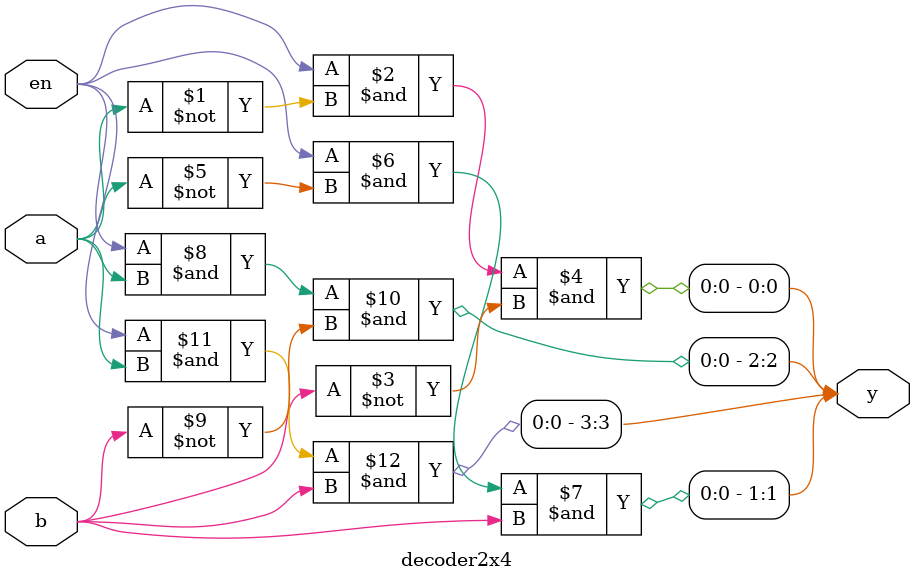
<source format=v>
`timescale 1ns / 1ps
module decoder2x4(en,a,b,y);
output [3:0] y;
input a,b,en;
and v1(y[0],en,~a,~b);
and v2(y[1],en,~a,b);
and v3(y[2],en,a,~b);
and v4(y[3],en,a,b);
endmodule

</source>
